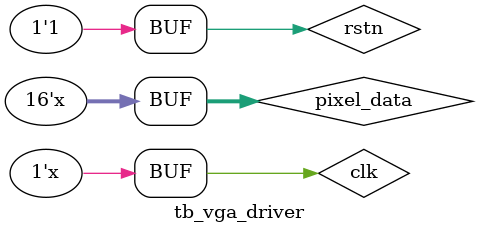
<source format=v>
`timescale 1ns / 1ps
module tb_vga_driver();
reg           clk       ;
reg           rstn      ;
wire          vga_hs    ;
wire          vga_vs    ;
wire  [15:0]  vga_rgb   ;
reg   [15:0]  pixel_data;
wire          data_req  ;
wire  [10:0]  pixel_xpos;
wire  [10:0]  pixel_ypos;
always#10 clk <= !clk;
initial begin
    clk = 0;
    rstn = 0;
    pixel_data = 0;
    #100;
    rstn = 1;
    #100;
end
always#40 pixel_data <= pixel_data+1;
vga_driver uu(
    .clk         (clk       ),  //input           clk       ,   //VGA驱动时钟
    .rstn        (rstn      ),  //input           rstn      ,   //复位信号
    .vga_hs      (vga_hs    ),  //output          vga_hs    ,   //行同步信号
    .vga_vs      (vga_vs    ),  //output          vga_vs    ,   //场同步信号
    .vga_rgb     (vga_rgb   ),  //output  [15:0]  vga_rgb   ,   //红绿蓝三原色输出
    .pixel_data  (pixel_data),  //input   [15:0]  pixel_data,   //像素点数据
    .data_req    (data_req  ),  //output          data_req  ,   //请求像素点颜色数据输入 
    .pixel_xpos  (pixel_xpos),  //output  [10:0]  pixel_xpos,   //像素点横坐标
    .pixel_ypos  (pixel_ypos)   //output  [10:0]  pixel_ypos    //像素点纵坐标    
);   

endmodule

</source>
